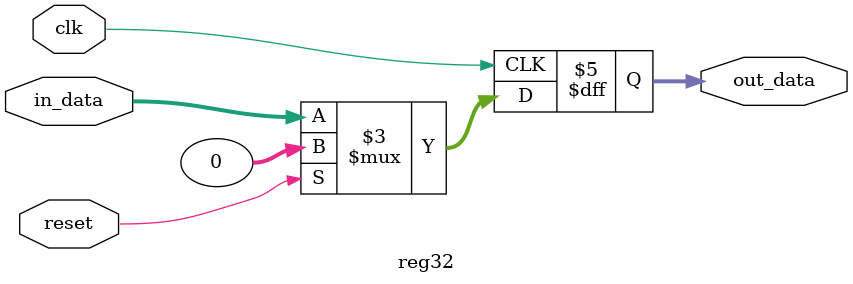
<source format=sv>
module reg32 
(
	input logic clk, reset,
	input logic [31:0]in_data,
	output logic [31:0]out_data
);

	always_ff @(posedge clk) begin
		if(reset)
			out_data <= 32'b0;
		else 
			out_data <= in_data;
	end
endmodule

</source>
